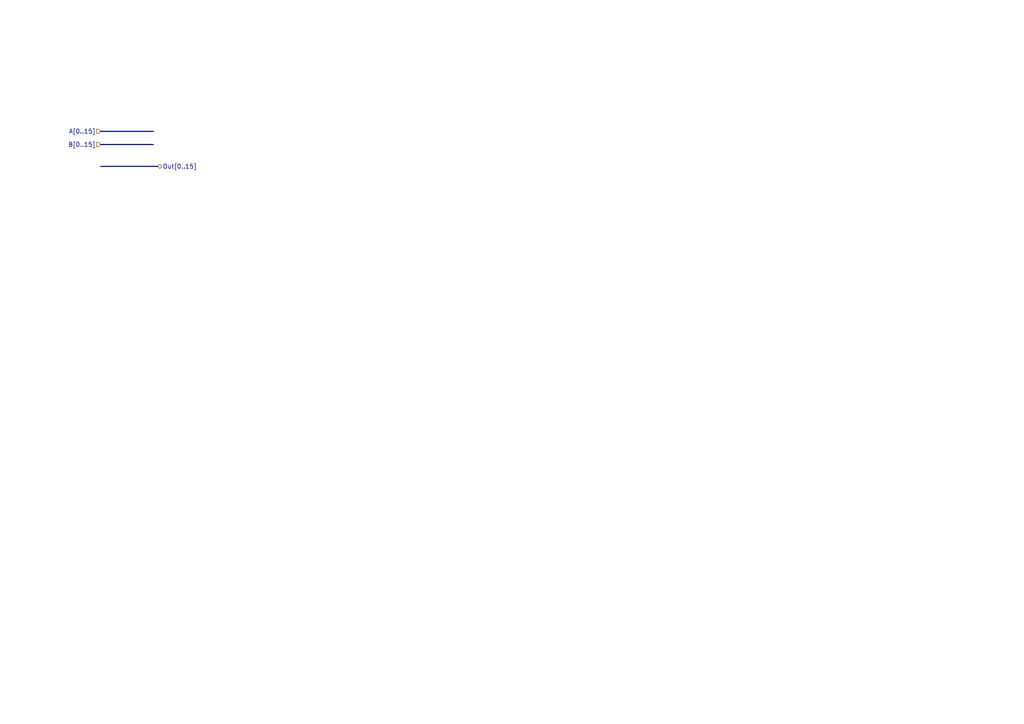
<source format=kicad_sch>
(kicad_sch
	(version 20231120)
	(generator "eeschema")
	(generator_version "8.0")
	(uuid "7a592ead-5c07-4532-968b-2ef8c34a6eaa")
	(paper "A4")
	(lib_symbols)
	(bus
		(pts
			(xy 29.21 48.26) (xy 45.72 48.26)
		)
		(stroke
			(width 0)
			(type default)
		)
		(uuid "3394ca1b-1669-483d-a656-911cd2ea83f3")
	)
	(bus
		(pts
			(xy 29.21 38.1) (xy 44.45 38.1)
		)
		(stroke
			(width 0)
			(type default)
		)
		(uuid "3fd2de67-5a91-433a-bb40-d3f9a87008ba")
	)
	(bus
		(pts
			(xy 29.21 41.91) (xy 44.45 41.91)
		)
		(stroke
			(width 0)
			(type default)
		)
		(uuid "5e8890f2-d03f-4672-bf1e-8afc5af832e5")
	)
	(hierarchical_label "A[0..15]"
		(shape input)
		(at 29.21 38.1 180)
		(fields_autoplaced yes)
		(effects
			(font
				(size 1.27 1.27)
			)
			(justify right)
		)
		(uuid "01f530d6-12ff-4de2-aed0-f118ce30eed3")
	)
	(hierarchical_label "Out[0..15]"
		(shape tri_state)
		(at 45.72 48.26 0)
		(fields_autoplaced yes)
		(effects
			(font
				(size 1.27 1.27)
			)
			(justify left)
		)
		(uuid "63f7bbfb-8eda-4a3c-baec-bf3bcba58989")
	)
	(hierarchical_label "B[0..15]"
		(shape input)
		(at 29.21 41.91 180)
		(fields_autoplaced yes)
		(effects
			(font
				(size 1.27 1.27)
			)
			(justify right)
		)
		(uuid "bc9dc91a-74f8-400f-b948-b8ffb06fc072")
	)
)

</source>
